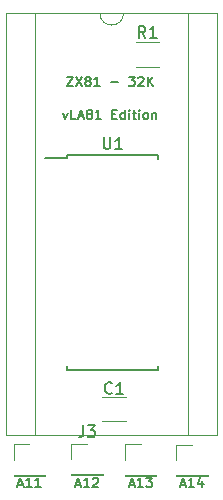
<source format=gbr>
%TF.GenerationSoftware,KiCad,Pcbnew,(5.1.9)-1*%
%TF.CreationDate,2021-09-03T13:00:36+02:00*%
%TF.ProjectId,ZX81 Intern 32K,5a583831-2049-46e7-9465-726e2033324b,rev?*%
%TF.SameCoordinates,Original*%
%TF.FileFunction,Legend,Top*%
%TF.FilePolarity,Positive*%
%FSLAX46Y46*%
G04 Gerber Fmt 4.6, Leading zero omitted, Abs format (unit mm)*
G04 Created by KiCad (PCBNEW (5.1.9)-1) date 2021-09-03 13:00:36*
%MOMM*%
%LPD*%
G01*
G04 APERTURE LIST*
%ADD10C,0.200000*%
%ADD11C,0.120000*%
%ADD12C,0.150000*%
G04 APERTURE END LIST*
D10*
X114613809Y-75641904D02*
X115147142Y-75641904D01*
X114613809Y-76441904D01*
X115147142Y-76441904D01*
X115375714Y-75641904D02*
X115909047Y-76441904D01*
X115909047Y-75641904D02*
X115375714Y-76441904D01*
X116328095Y-75984761D02*
X116251904Y-75946666D01*
X116213809Y-75908571D01*
X116175714Y-75832380D01*
X116175714Y-75794285D01*
X116213809Y-75718095D01*
X116251904Y-75680000D01*
X116328095Y-75641904D01*
X116480476Y-75641904D01*
X116556666Y-75680000D01*
X116594761Y-75718095D01*
X116632857Y-75794285D01*
X116632857Y-75832380D01*
X116594761Y-75908571D01*
X116556666Y-75946666D01*
X116480476Y-75984761D01*
X116328095Y-75984761D01*
X116251904Y-76022857D01*
X116213809Y-76060952D01*
X116175714Y-76137142D01*
X116175714Y-76289523D01*
X116213809Y-76365714D01*
X116251904Y-76403809D01*
X116328095Y-76441904D01*
X116480476Y-76441904D01*
X116556666Y-76403809D01*
X116594761Y-76365714D01*
X116632857Y-76289523D01*
X116632857Y-76137142D01*
X116594761Y-76060952D01*
X116556666Y-76022857D01*
X116480476Y-75984761D01*
X117394761Y-76441904D02*
X116937619Y-76441904D01*
X117166190Y-76441904D02*
X117166190Y-75641904D01*
X117090000Y-75756190D01*
X117013809Y-75832380D01*
X116937619Y-75870476D01*
X118347142Y-76137142D02*
X118956666Y-76137142D01*
X119870952Y-75641904D02*
X120366190Y-75641904D01*
X120099523Y-75946666D01*
X120213809Y-75946666D01*
X120290000Y-75984761D01*
X120328095Y-76022857D01*
X120366190Y-76099047D01*
X120366190Y-76289523D01*
X120328095Y-76365714D01*
X120290000Y-76403809D01*
X120213809Y-76441904D01*
X119985238Y-76441904D01*
X119909047Y-76403809D01*
X119870952Y-76365714D01*
X120670952Y-75718095D02*
X120709047Y-75680000D01*
X120785238Y-75641904D01*
X120975714Y-75641904D01*
X121051904Y-75680000D01*
X121090000Y-75718095D01*
X121128095Y-75794285D01*
X121128095Y-75870476D01*
X121090000Y-75984761D01*
X120632857Y-76441904D01*
X121128095Y-76441904D01*
X121470952Y-76441904D02*
X121470952Y-75641904D01*
X121928095Y-76441904D02*
X121585238Y-75984761D01*
X121928095Y-75641904D02*
X121470952Y-76099047D01*
X114309047Y-78708571D02*
X114499523Y-79241904D01*
X114690000Y-78708571D01*
X115375714Y-79241904D02*
X114994761Y-79241904D01*
X114994761Y-78441904D01*
X115604285Y-79013333D02*
X115985238Y-79013333D01*
X115528095Y-79241904D02*
X115794761Y-78441904D01*
X116061428Y-79241904D01*
X116442380Y-78784761D02*
X116366190Y-78746666D01*
X116328095Y-78708571D01*
X116290000Y-78632380D01*
X116290000Y-78594285D01*
X116328095Y-78518095D01*
X116366190Y-78480000D01*
X116442380Y-78441904D01*
X116594761Y-78441904D01*
X116670952Y-78480000D01*
X116709047Y-78518095D01*
X116747142Y-78594285D01*
X116747142Y-78632380D01*
X116709047Y-78708571D01*
X116670952Y-78746666D01*
X116594761Y-78784761D01*
X116442380Y-78784761D01*
X116366190Y-78822857D01*
X116328095Y-78860952D01*
X116290000Y-78937142D01*
X116290000Y-79089523D01*
X116328095Y-79165714D01*
X116366190Y-79203809D01*
X116442380Y-79241904D01*
X116594761Y-79241904D01*
X116670952Y-79203809D01*
X116709047Y-79165714D01*
X116747142Y-79089523D01*
X116747142Y-78937142D01*
X116709047Y-78860952D01*
X116670952Y-78822857D01*
X116594761Y-78784761D01*
X117509047Y-79241904D02*
X117051904Y-79241904D01*
X117280476Y-79241904D02*
X117280476Y-78441904D01*
X117204285Y-78556190D01*
X117128095Y-78632380D01*
X117051904Y-78670476D01*
X118461428Y-78822857D02*
X118728095Y-78822857D01*
X118842380Y-79241904D02*
X118461428Y-79241904D01*
X118461428Y-78441904D01*
X118842380Y-78441904D01*
X119528095Y-79241904D02*
X119528095Y-78441904D01*
X119528095Y-79203809D02*
X119451904Y-79241904D01*
X119299523Y-79241904D01*
X119223333Y-79203809D01*
X119185238Y-79165714D01*
X119147142Y-79089523D01*
X119147142Y-78860952D01*
X119185238Y-78784761D01*
X119223333Y-78746666D01*
X119299523Y-78708571D01*
X119451904Y-78708571D01*
X119528095Y-78746666D01*
X119909047Y-79241904D02*
X119909047Y-78708571D01*
X119909047Y-78441904D02*
X119870952Y-78480000D01*
X119909047Y-78518095D01*
X119947142Y-78480000D01*
X119909047Y-78441904D01*
X119909047Y-78518095D01*
X120175714Y-78708571D02*
X120480476Y-78708571D01*
X120290000Y-78441904D02*
X120290000Y-79127619D01*
X120328095Y-79203809D01*
X120404285Y-79241904D01*
X120480476Y-79241904D01*
X120747142Y-79241904D02*
X120747142Y-78708571D01*
X120747142Y-78441904D02*
X120709047Y-78480000D01*
X120747142Y-78518095D01*
X120785238Y-78480000D01*
X120747142Y-78441904D01*
X120747142Y-78518095D01*
X121242380Y-79241904D02*
X121166190Y-79203809D01*
X121128095Y-79165714D01*
X121090000Y-79089523D01*
X121090000Y-78860952D01*
X121128095Y-78784761D01*
X121166190Y-78746666D01*
X121242380Y-78708571D01*
X121356666Y-78708571D01*
X121432857Y-78746666D01*
X121470952Y-78784761D01*
X121509047Y-78860952D01*
X121509047Y-79089523D01*
X121470952Y-79165714D01*
X121432857Y-79203809D01*
X121356666Y-79241904D01*
X121242380Y-79241904D01*
X121851904Y-78708571D02*
X121851904Y-79241904D01*
X121851904Y-78784761D02*
X121890000Y-78746666D01*
X121966190Y-78708571D01*
X122080476Y-78708571D01*
X122156666Y-78746666D01*
X122194761Y-78822857D01*
X122194761Y-79241904D01*
D11*
%TO.C,J3*%
X114990000Y-109380000D02*
X117650000Y-109380000D01*
X114990000Y-109320000D02*
X114990000Y-109380000D01*
X117650000Y-109320000D02*
X117650000Y-109380000D01*
X114990000Y-109320000D02*
X117650000Y-109320000D01*
X114990000Y-108050000D02*
X114990000Y-106720000D01*
X114990000Y-106720000D02*
X116320000Y-106720000D01*
%TO.C,REF\u002A\u002A*%
X117415000Y-70272600D02*
X111955000Y-70272600D01*
X111955000Y-70272600D02*
X111955000Y-105952600D01*
X111955000Y-105952600D02*
X124875000Y-105952600D01*
X124875000Y-105952600D02*
X124875000Y-70272600D01*
X124875000Y-70272600D02*
X119415000Y-70272600D01*
X109465000Y-70212600D02*
X109465000Y-106012600D01*
X109465000Y-106012600D02*
X127365000Y-106012600D01*
X127365000Y-106012600D02*
X127365000Y-70212600D01*
X127365000Y-70212600D02*
X109465000Y-70212600D01*
X119415000Y-70272600D02*
G75*
G02*
X117415000Y-70272600I-1000000J0D01*
G01*
%TO.C,C1*%
X117593000Y-104830000D02*
X119593000Y-104830000D01*
X119593000Y-102790000D02*
X117593000Y-102790000D01*
%TO.C,J1*%
X123870000Y-106810000D02*
X125200000Y-106810000D01*
X123870000Y-108140000D02*
X123870000Y-106810000D01*
X123870000Y-109410000D02*
X126530000Y-109410000D01*
X126530000Y-109410000D02*
X126530000Y-109470000D01*
X123870000Y-109410000D02*
X123870000Y-109470000D01*
X123870000Y-109470000D02*
X126530000Y-109470000D01*
%TO.C,J2*%
X119540000Y-109420000D02*
X122200000Y-109420000D01*
X119540000Y-109360000D02*
X119540000Y-109420000D01*
X122200000Y-109360000D02*
X122200000Y-109420000D01*
X119540000Y-109360000D02*
X122200000Y-109360000D01*
X119540000Y-108090000D02*
X119540000Y-106760000D01*
X119540000Y-106760000D02*
X120870000Y-106760000D01*
%TO.C,J4*%
X110120000Y-106758000D02*
X111450000Y-106758000D01*
X110120000Y-108088000D02*
X110120000Y-106758000D01*
X110120000Y-109358000D02*
X112780000Y-109358000D01*
X112780000Y-109358000D02*
X112780000Y-109418000D01*
X110120000Y-109358000D02*
X110120000Y-109418000D01*
X110120000Y-109418000D02*
X112780000Y-109418000D01*
%TO.C,R1*%
X120437000Y-72691600D02*
X122437000Y-72691600D01*
X122437000Y-74831600D02*
X120437000Y-74831600D01*
D12*
%TO.C,U1*%
X114616000Y-82488800D02*
X112791000Y-82488800D01*
X114616000Y-100488800D02*
X122366000Y-100488800D01*
X114616000Y-82238800D02*
X122366000Y-82238800D01*
X114616000Y-100488800D02*
X114616000Y-100143800D01*
X122366000Y-100488800D02*
X122366000Y-100143800D01*
X122366000Y-82238800D02*
X122366000Y-82583800D01*
X114616000Y-82238800D02*
X114616000Y-82488800D01*
%TO.C,J3*%
X115986666Y-105172380D02*
X115986666Y-105886666D01*
X115939047Y-106029523D01*
X115843809Y-106124761D01*
X115700952Y-106172380D01*
X115605714Y-106172380D01*
X116367619Y-105172380D02*
X116986666Y-105172380D01*
X116653333Y-105553333D01*
X116796190Y-105553333D01*
X116891428Y-105600952D01*
X116939047Y-105648571D01*
X116986666Y-105743809D01*
X116986666Y-105981904D01*
X116939047Y-106077142D01*
X116891428Y-106124761D01*
X116796190Y-106172380D01*
X116510476Y-106172380D01*
X116415238Y-106124761D01*
X116367619Y-106077142D01*
X115367619Y-110173333D02*
X115748571Y-110173333D01*
X115291428Y-110401904D02*
X115558095Y-109601904D01*
X115824761Y-110401904D01*
X116510476Y-110401904D02*
X116053333Y-110401904D01*
X116281904Y-110401904D02*
X116281904Y-109601904D01*
X116205714Y-109716190D01*
X116129523Y-109792380D01*
X116053333Y-109830476D01*
X116815238Y-109678095D02*
X116853333Y-109640000D01*
X116929523Y-109601904D01*
X117120000Y-109601904D01*
X117196190Y-109640000D01*
X117234285Y-109678095D01*
X117272380Y-109754285D01*
X117272380Y-109830476D01*
X117234285Y-109944761D01*
X116777142Y-110401904D01*
X117272380Y-110401904D01*
%TO.C,C1*%
X118426333Y-102417142D02*
X118378714Y-102464761D01*
X118235857Y-102512380D01*
X118140619Y-102512380D01*
X117997761Y-102464761D01*
X117902523Y-102369523D01*
X117854904Y-102274285D01*
X117807285Y-102083809D01*
X117807285Y-101940952D01*
X117854904Y-101750476D01*
X117902523Y-101655238D01*
X117997761Y-101560000D01*
X118140619Y-101512380D01*
X118235857Y-101512380D01*
X118378714Y-101560000D01*
X118426333Y-101607619D01*
X119378714Y-102512380D02*
X118807285Y-102512380D01*
X119093000Y-102512380D02*
X119093000Y-101512380D01*
X118997761Y-101655238D01*
X118902523Y-101750476D01*
X118807285Y-101798095D01*
%TO.C,J1*%
X124247619Y-110173333D02*
X124628571Y-110173333D01*
X124171428Y-110401904D02*
X124438095Y-109601904D01*
X124704761Y-110401904D01*
X125390476Y-110401904D02*
X124933333Y-110401904D01*
X125161904Y-110401904D02*
X125161904Y-109601904D01*
X125085714Y-109716190D01*
X125009523Y-109792380D01*
X124933333Y-109830476D01*
X126076190Y-109868571D02*
X126076190Y-110401904D01*
X125885714Y-109563809D02*
X125695238Y-110135238D01*
X126190476Y-110135238D01*
%TO.C,J2*%
X119917619Y-110173333D02*
X120298571Y-110173333D01*
X119841428Y-110401904D02*
X120108095Y-109601904D01*
X120374761Y-110401904D01*
X121060476Y-110401904D02*
X120603333Y-110401904D01*
X120831904Y-110401904D02*
X120831904Y-109601904D01*
X120755714Y-109716190D01*
X120679523Y-109792380D01*
X120603333Y-109830476D01*
X121327142Y-109601904D02*
X121822380Y-109601904D01*
X121555714Y-109906666D01*
X121670000Y-109906666D01*
X121746190Y-109944761D01*
X121784285Y-109982857D01*
X121822380Y-110059047D01*
X121822380Y-110249523D01*
X121784285Y-110325714D01*
X121746190Y-110363809D01*
X121670000Y-110401904D01*
X121441428Y-110401904D01*
X121365238Y-110363809D01*
X121327142Y-110325714D01*
%TO.C,J4*%
X110497619Y-110173333D02*
X110878571Y-110173333D01*
X110421428Y-110401904D02*
X110688095Y-109601904D01*
X110954761Y-110401904D01*
X111640476Y-110401904D02*
X111183333Y-110401904D01*
X111411904Y-110401904D02*
X111411904Y-109601904D01*
X111335714Y-109716190D01*
X111259523Y-109792380D01*
X111183333Y-109830476D01*
X112402380Y-110401904D02*
X111945238Y-110401904D01*
X112173809Y-110401904D02*
X112173809Y-109601904D01*
X112097619Y-109716190D01*
X112021428Y-109792380D01*
X111945238Y-109830476D01*
%TO.C,R1*%
X121270333Y-72363980D02*
X120937000Y-71887790D01*
X120698904Y-72363980D02*
X120698904Y-71363980D01*
X121079857Y-71363980D01*
X121175095Y-71411600D01*
X121222714Y-71459219D01*
X121270333Y-71554457D01*
X121270333Y-71697314D01*
X121222714Y-71792552D01*
X121175095Y-71840171D01*
X121079857Y-71887790D01*
X120698904Y-71887790D01*
X122222714Y-72363980D02*
X121651285Y-72363980D01*
X121937000Y-72363980D02*
X121937000Y-71363980D01*
X121841761Y-71506838D01*
X121746523Y-71602076D01*
X121651285Y-71649695D01*
%TO.C,U1*%
X117729095Y-80766180D02*
X117729095Y-81575704D01*
X117776714Y-81670942D01*
X117824333Y-81718561D01*
X117919571Y-81766180D01*
X118110047Y-81766180D01*
X118205285Y-81718561D01*
X118252904Y-81670942D01*
X118300523Y-81575704D01*
X118300523Y-80766180D01*
X119300523Y-81766180D02*
X118729095Y-81766180D01*
X119014809Y-81766180D02*
X119014809Y-80766180D01*
X118919571Y-80909038D01*
X118824333Y-81004276D01*
X118729095Y-81051895D01*
%TD*%
M02*

</source>
